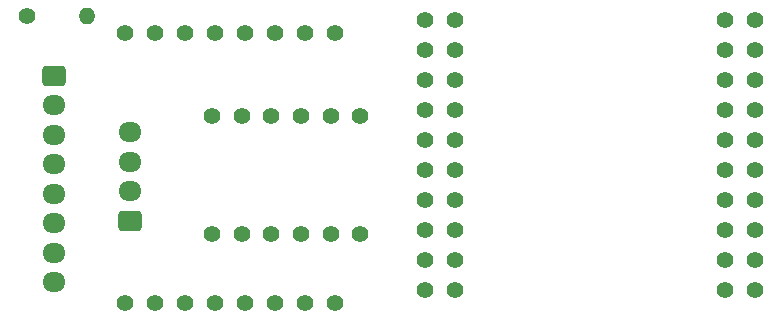
<source format=gbr>
%TF.GenerationSoftware,KiCad,Pcbnew,8.0.6*%
%TF.CreationDate,2024-11-24T10:07:13-07:00*%
%TF.ProjectId,Pellet Stove PCB,50656c6c-6574-4205-9374-6f7665205043,rev?*%
%TF.SameCoordinates,Original*%
%TF.FileFunction,Soldermask,Top*%
%TF.FilePolarity,Negative*%
%FSLAX46Y46*%
G04 Gerber Fmt 4.6, Leading zero omitted, Abs format (unit mm)*
G04 Created by KiCad (PCBNEW 8.0.6) date 2024-11-24 10:07:13*
%MOMM*%
%LPD*%
G01*
G04 APERTURE LIST*
G04 Aperture macros list*
%AMRoundRect*
0 Rectangle with rounded corners*
0 $1 Rounding radius*
0 $2 $3 $4 $5 $6 $7 $8 $9 X,Y pos of 4 corners*
0 Add a 4 corners polygon primitive as box body*
4,1,4,$2,$3,$4,$5,$6,$7,$8,$9,$2,$3,0*
0 Add four circle primitives for the rounded corners*
1,1,$1+$1,$2,$3*
1,1,$1+$1,$4,$5*
1,1,$1+$1,$6,$7*
1,1,$1+$1,$8,$9*
0 Add four rect primitives between the rounded corners*
20,1,$1+$1,$2,$3,$4,$5,0*
20,1,$1+$1,$4,$5,$6,$7,0*
20,1,$1+$1,$6,$7,$8,$9,0*
20,1,$1+$1,$8,$9,$2,$3,0*%
G04 Aperture macros list end*
%ADD10C,1.400000*%
%ADD11RoundRect,0.250000X0.725000X-0.600000X0.725000X0.600000X-0.725000X0.600000X-0.725000X-0.600000X0*%
%ADD12O,1.950000X1.700000*%
%ADD13RoundRect,0.250000X-0.725000X0.600000X-0.725000X-0.600000X0.725000X-0.600000X0.725000X0.600000X0*%
%ADD14O,1.400000X1.400000*%
G04 APERTURE END LIST*
D10*
%TO.C,J1*%
X125690000Y-99650000D03*
X123150000Y-99650000D03*
X120610000Y-99650000D03*
X118070000Y-99650000D03*
X115530000Y-99650000D03*
X112990000Y-99650000D03*
X110450000Y-99650000D03*
X107910000Y-99650000D03*
X107910000Y-122510000D03*
X110450000Y-122510000D03*
X112990000Y-122510000D03*
X115530000Y-122510000D03*
X118070000Y-122510000D03*
X120610000Y-122510000D03*
X123150000Y-122510000D03*
X125690000Y-122510000D03*
%TD*%
D11*
%TO.C,J6*%
X108350000Y-115550000D03*
D12*
X108350000Y-113050000D03*
X108350000Y-110550000D03*
X108350000Y-108050000D03*
%TD*%
D13*
%TO.C,J4*%
X101940000Y-103260000D03*
D12*
X101940000Y-105760000D03*
X101940000Y-108260000D03*
X101940000Y-110760000D03*
X101940000Y-113260000D03*
X101940000Y-115760000D03*
X101940000Y-118260000D03*
X101940000Y-120760000D03*
%TD*%
D10*
%TO.C,U1*%
X133320000Y-98550000D03*
X135860000Y-98550000D03*
X133320000Y-101090000D03*
X135860000Y-101090000D03*
X133320000Y-103630000D03*
X135860000Y-103630000D03*
X133320000Y-106170000D03*
X135860000Y-106170000D03*
X133320000Y-108710000D03*
X135860000Y-108710000D03*
X133320000Y-111250000D03*
X135860000Y-111250000D03*
X133320000Y-113790000D03*
X135860000Y-113790000D03*
X133320000Y-116330000D03*
X135860000Y-116330000D03*
X133320000Y-118870000D03*
X135860000Y-118870000D03*
X133320000Y-121410000D03*
X135860000Y-121410000D03*
X158720000Y-98550000D03*
X161260000Y-98550000D03*
X158720000Y-101090000D03*
X161260000Y-101090000D03*
X158720000Y-103630000D03*
X161260000Y-103630000D03*
X158720000Y-106170000D03*
X161260000Y-106170000D03*
X158720000Y-108710000D03*
X161260000Y-108710000D03*
X158720000Y-111250000D03*
X161260000Y-111250000D03*
X158720000Y-113790000D03*
X161260000Y-113790000D03*
X158720000Y-116330000D03*
X161260000Y-116330000D03*
X158720000Y-118870000D03*
X161260000Y-118870000D03*
X158720000Y-121410000D03*
X161260000Y-121410000D03*
%TD*%
%TO.C,J2*%
X115340000Y-116640000D03*
X117840000Y-116640000D03*
X120340000Y-116640000D03*
X122840000Y-116640000D03*
X125340000Y-116640000D03*
X127840000Y-116640000D03*
X127840000Y-106640000D03*
X125340000Y-106640000D03*
X122840000Y-106640000D03*
X120340000Y-106640000D03*
X117840000Y-106640000D03*
X115340000Y-106640000D03*
%TD*%
%TO.C,R1*%
X99630000Y-98160000D03*
D14*
X104710000Y-98160000D03*
%TD*%
M02*

</source>
